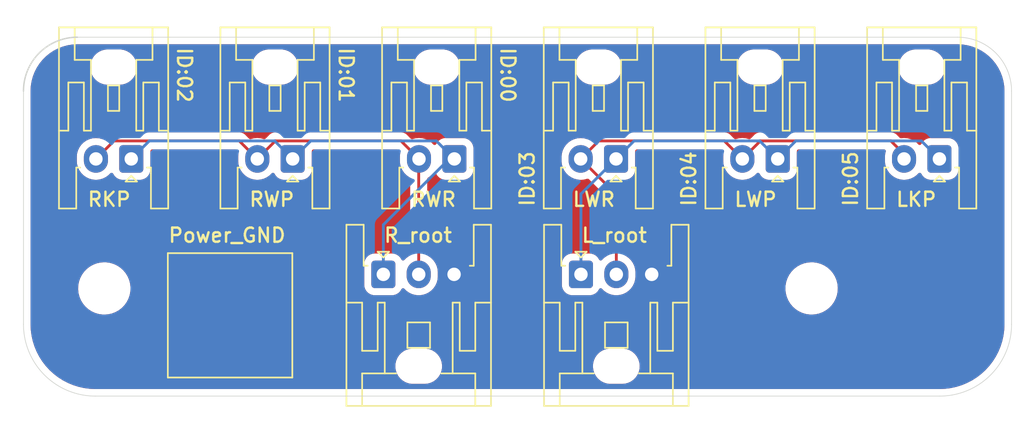
<source format=kicad_pcb>
(kicad_pcb (version 20221018) (generator pcbnew)
  (layers (0 "F.Cu" signal) (31 "B.Cu" signal) (34 "B.Paste" user) (35 "F.Paste" user) (36 "B.SilkS" user "B.Silkscreen") (37 "F.SilkS" user "F.Silkscreen") (38 "B.Mask" user) (39 "F.Mask" user) (44 "Edge.Cuts" user))
  (net 0 "")
  (net 1 "GND")
  (net 2 "/R_Root_CAN_H")
  (net 3 "/R_Root_CAN_L")
  (net 4 "/L_Root_CAN_H")
  (net 5 "/L_Root_CAN_L")
  (footprint "MountingHole:MountingHole_3.2mm_M3" (layer "F.Cu") (at 30.235 94.985 180)
    (fp_text reference "H2" hide)
    (fp_text value "MountingHole")
    (pad "" np_thru_hole circle (at 0 0 180) (size 3.2 3.2) (drill 3.2) (layers "*.Cu" "*.Mask"))
  )
  (footprint "Connector_JST:JST_XA_S03B-XASK-1_1x03_P2.50mm_Horizontal" (layer "F.Cu") (at 63.93 93.99)
    (fp_text reference "J2" hide)
    (fp_text value "L_Root_CAN")
    (fp_line (start -2.61 -3.51) (end -2.61 9.31) (stroke (width 0.12)) (layer "F.SilkS"))
    (fp_line (start -2.61 9.31) (end 7.61 9.31) (stroke (width 0.12)) (layer "F.SilkS"))
    (fp_line (start -1.5 2) (end -2.61 2) (stroke (width 0.12)) (layer "F.SilkS"))
    (fp_line (start -1.5 5.41) (end -1.5 2) (stroke (width 0.12)) (layer "F.SilkS"))
    (fp_line (start -1.5 7.01) (end 0.9 7.01) (stroke (width 0.12)) (layer "F.SilkS"))
    (fp_line (start -1.5 9.31) (end -1.5 7.01) (stroke (width 0.12)) (layer "F.SilkS"))
    (fp_line (start -1.39 -3.51) (end -2.61 -3.51) (stroke (width 0.12)) (layer "F.SilkS"))
    (fp_line (start -1.39 -0.61) (end -1.39 -3.51) (stroke (width 0.12)) (layer "F.SilkS"))
    (fp_line (start -1.11 -0.61) (end -1.39 -0.61) (stroke (width 0.12)) (layer "F.SilkS"))
    (fp_line (start -0.4 -1.6) (end 0.4 -1.6) (stroke (width 0.12)) (layer "F.SilkS"))
    (fp_line (start -0.4 2) (end -0.4 5.41) (stroke (width 0.12)) (layer "F.SilkS"))
    (fp_line (start -0.4 5.41) (end -1.5 5.41) (stroke (width 0.12)) (layer "F.SilkS"))
    (fp_line (start 0 -1.2) (end -0.4 -1.6) (stroke (width 0.12)) (layer "F.SilkS"))
    (fp_line (start 0.1 2) (end -0.4 2) (stroke (width 0.12)) (layer "F.SilkS"))
    (fp_line (start 0.1 7.01) (end 0.1 2) (stroke (width 0.12)) (layer "F.SilkS"))
    (fp_line (start 0.4 -1.6) (end 0 -1.2) (stroke (width 0.12)) (layer "F.SilkS"))
    (fp_line (start 1.7 3.4) (end 3.3 3.4) (stroke (width 0.12)) (layer "F.SilkS"))
    (fp_line (start 1.7 5.2) (end 1.7 3.4) (stroke (width 0.12)) (layer "F.SilkS"))
    (fp_line (start 3.3 3.4) (end 3.3 5.2) (stroke (width 0.12)) (layer "F.SilkS"))
    (fp_line (start 3.3 5.2) (end 1.7 5.2) (stroke (width 0.12)) (layer "F.SilkS"))
    (fp_line (start 4.1 7.01) (end 6.5 7.01) (stroke (width 0.12)) (layer "F.SilkS"))
    (fp_line (start 4.9 2) (end 5.4 2) (stroke (width 0.12)) (layer "F.SilkS"))
    (fp_line (start 4.9 7.01) (end 4.9 2) (stroke (width 0.12)) (layer "F.SilkS"))
    (fp_line (start 5.4 2) (end 5.4 5.41) (stroke (width 0.12)) (layer "F.SilkS"))
    (fp_line (start 5.4 5.41) (end 6.5 5.41) (stroke (width 0.12)) (layer "F.SilkS"))
    (fp_line (start 6.39 -3.51) (end 6.39 -0.61) (stroke (width 0.12)) (layer "F.SilkS"))
    (fp_line (start 6.39 -0.61) (end 6.11 -0.61) (stroke (width 0.12)) (layer "F.SilkS"))
    (fp_line (start 6.5 2) (end 7.61 2) (stroke (width 0.12)) (layer "F.SilkS"))
    (fp_line (start 6.5 5.41) (end 6.5 2) (stroke (width 0.12)) (layer "F.SilkS"))
    (fp_line (start 6.5 7.01) (end 6.5 9.31) (stroke (width 0.12)) (layer "F.SilkS"))
    (fp_line (start 7.61 -3.51) (end 6.39 -3.51) (stroke (width 0.12)) (layer "F.SilkS"))
    (fp_line (start 7.61 9.31) (end 7.61 -3.51) (stroke (width 0.12)) (layer "F.SilkS"))
    (pad "" np_thru_hole oval (at 2.5 6.5) (size 2.8 2) (drill oval 2.8 2) (layers "*.Cu" "*.Mask"))
    (pad "1" thru_hole roundrect (at 0 0) (size 1.7 1.95) (drill 0.95) (layers "*.Cu" "*.Mask") (roundrect_rratio 0.147059) (net 5 "/L_Root_CAN_L"))
    (pad "2" thru_hole oval (at 2.5 0) (size 1.7 1.95) (drill 0.95) (layers "*.Cu" "*.Mask") (net 4 "/L_Root_CAN_H"))
    (pad "3" thru_hole oval (at 5 0) (size 1.7 1.95) (drill 0.95) (layers "*.Cu" "*.Mask") (net 1 "GND"))
  )
  (footprint "Connector_JST:JST_XA_S02B-XASK-1_1x02_P2.50mm_Horizontal" (layer "F.Cu") (at 89.27 85.82 180)
    (fp_text reference "J6" hide)
    (fp_text value "CAN_motor6")
    (fp_line (start -2.61 -3.51) (end -2.61 9.31) (stroke (width 0.12)) (layer "F.SilkS"))
    (fp_line (start -2.61 9.31) (end 5.11 9.31) (stroke (width 0.12)) (layer "F.SilkS"))
    (fp_line (start -1.95 2) (end -2.61 2) (stroke (width 0.12)) (layer "F.SilkS"))
    (fp_line (start -1.95 5.41) (end -1.95 2) (stroke (width 0.12)) (layer "F.SilkS"))
    (fp_line (start -1.5 7.01) (end -0.35 7.01) (stroke (width 0.12)) (layer "F.SilkS"))
    (fp_line (start -1.5 9.31) (end -1.5 7.01) (stroke (width 0.12)) (layer "F.SilkS"))
    (fp_line (start -1.39 -3.51) (end -2.61 -3.51) (stroke (width 0.12)) (layer "F.SilkS"))
    (fp_line (start -1.39 -0.61) (end -1.39 -3.51) (stroke (width 0.12)) (layer "F.SilkS"))
    (fp_line (start -1.11 -0.61) (end -1.39 -0.61) (stroke (width 0.12)) (layer "F.SilkS"))
    (fp_line (start -0.85 2) (end -0.85 5.41) (stroke (width 0.12)) (layer "F.SilkS"))
    (fp_line (start -0.85 5.41) (end -1.95 5.41) (stroke (width 0.12)) (layer "F.SilkS"))
    (fp_line (start -0.4 -1.6) (end 0.4 -1.6) (stroke (width 0.12)) (layer "F.SilkS"))
    (fp_line (start -0.35 2) (end -0.85 2) (stroke (width 0.12)) (layer "F.SilkS"))
    (fp_line (start -0.35 7.01) (end -0.35 2) (stroke (width 0.12)) (layer "F.SilkS"))
    (fp_line (start 0 -1.2) (end -0.4 -1.6) (stroke (width 0.12)) (layer "F.SilkS"))
    (fp_line (start 0.4 -1.6) (end 0 -1.2) (stroke (width 0.12)) (layer "F.SilkS"))
    (fp_line (start 0.85 3.4) (end 1.65 3.4) (stroke (width 0.12)) (layer "F.SilkS"))
    (fp_line (start 0.85 5.2) (end 0.85 3.4) (stroke (width 0.12)) (layer "F.SilkS"))
    (fp_line (start 1.65 3.4) (end 1.65 5.2) (stroke (width 0.12)) (layer "F.SilkS"))
    (fp_line (start 1.65 5.2) (end 0.85 5.2) (stroke (width 0.12)) (layer "F.SilkS"))
    (fp_line (start 2.85 2) (end 3.35 2) (stroke (width 0.12)) (layer "F.SilkS"))
    (fp_line (start 2.85 7.01) (end 2.85 2) (stroke (width 0.12)) (layer "F.SilkS"))
    (fp_line (start 2.85 7.01) (end 4 7.01) (stroke (width 0.12)) (layer "F.SilkS"))
    (fp_line (start 3.35 2) (end 3.35 5.41) (stroke (width 0.12)) (layer "F.SilkS"))
    (fp_line (start 3.35 5.41) (end 4.45 5.41) (stroke (width 0.12)) (layer "F.SilkS"))
    (fp_line (start 3.89 -3.51) (end 3.89 -0.61) (stroke (width 0.12)) (layer "F.SilkS"))
    (fp_line (start 3.89 -0.61) (end 3.61 -0.61) (stroke (width 0.12)) (layer "F.SilkS"))
    (fp_line (start 4 7.01) (end 4 9.31) (stroke (width 0.12)) (layer "F.SilkS"))
    (fp_line (start 4.45 2) (end 5.11 2) (stroke (width 0.12)) (layer "F.SilkS"))
    (fp_line (start 4.45 5.41) (end 4.45 2) (stroke (width 0.12)) (layer "F.SilkS"))
    (fp_line (start 5.11 -3.51) (end 3.89 -3.51) (stroke (width 0.12)) (layer "F.SilkS"))
    (fp_line (start 5.11 9.31) (end 5.11 -3.51) (stroke (width 0.12)) (layer "F.SilkS"))
    (pad "" np_thru_hole oval (at 1.25 6.5 180) (size 2.8 2) (drill oval 2.8 2) (layers "*.Cu" "*.Mask"))
    (pad "1" thru_hole roundrect (at 0 0 180) (size 1.7 1.95) (drill 0.95) (layers "*.Cu" "*.Mask") (roundrect_rratio 0.147059) (net 5 "/L_Root_CAN_L"))
    (pad "2" thru_hole oval (at 2.5 0 180) (size 1.7 1.95) (drill 0.95) (layers "*.Cu" "*.Mask") (net 4 "/L_Root_CAN_H"))
  )
  (footprint "MountingHole:MountingHole_3.2mm_M3" (layer "F.Cu") (at 80.235 94.985 180)
    (fp_text reference "H1" hide)
    (fp_text value "MountingHole")
    (pad "" np_thru_hole circle (at 0 0 180) (size 3.2 3.2) (drill 3.2) (layers "*.Cu" "*.Mask"))
  )
  (footprint "Connector_JST:JST_XA_S02B-XASK-1_1x02_P2.50mm_Horizontal" (layer "F.Cu") (at 66.41 85.82 180)
    (fp_text reference "J8" hide)
    (fp_text value "CAN_motor4")
    (fp_line (start -2.61 -3.51) (end -2.61 9.31) (stroke (width 0.12)) (layer "F.SilkS"))
    (fp_line (start -2.61 9.31) (end 5.11 9.31) (stroke (width 0.12)) (layer "F.SilkS"))
    (fp_line (start -1.95 2) (end -2.61 2) (stroke (width 0.12)) (layer "F.SilkS"))
    (fp_line (start -1.95 5.41) (end -1.95 2) (stroke (width 0.12)) (layer "F.SilkS"))
    (fp_line (start -1.5 7.01) (end -0.35 7.01) (stroke (width 0.12)) (layer "F.SilkS"))
    (fp_line (start -1.5 9.31) (end -1.5 7.01) (stroke (width 0.12)) (layer "F.SilkS"))
    (fp_line (start -1.39 -3.51) (end -2.61 -3.51) (stroke (width 0.12)) (layer "F.SilkS"))
    (fp_line (start -1.39 -0.61) (end -1.39 -3.51) (stroke (width 0.12)) (layer "F.SilkS"))
    (fp_line (start -1.11 -0.61) (end -1.39 -0.61) (stroke (width 0.12)) (layer "F.SilkS"))
    (fp_line (start -0.85 2) (end -0.85 5.41) (stroke (width 0.12)) (layer "F.SilkS"))
    (fp_line (start -0.85 5.41) (end -1.95 5.41) (stroke (width 0.12)) (layer "F.SilkS"))
    (fp_line (start -0.4 -1.6) (end 0.4 -1.6) (stroke (width 0.12)) (layer "F.SilkS"))
    (fp_line (start -0.35 2) (end -0.85 2) (stroke (width 0.12)) (layer "F.SilkS"))
    (fp_line (start -0.35 7.01) (end -0.35 2) (stroke (width 0.12)) (layer "F.SilkS"))
    (fp_line (start 0 -1.2) (end -0.4 -1.6) (stroke (width 0.12)) (layer "F.SilkS"))
    (fp_line (start 0.4 -1.6) (end 0 -1.2) (stroke (width 0.12)) (layer "F.SilkS"))
    (fp_line (start 0.85 3.4) (end 1.65 3.4) (stroke (width 0.12)) (layer "F.SilkS"))
    (fp_line (start 0.85 5.2) (end 0.85 3.4) (stroke (width 0.12)) (layer "F.SilkS"))
    (fp_line (start 1.65 3.4) (end 1.65 5.2) (stroke (width 0.12)) (layer "F.SilkS"))
    (fp_line (start 1.65 5.2) (end 0.85 5.2) (stroke (width 0.12)) (layer "F.SilkS"))
    (fp_line (start 2.85 2) (end 3.35 2) (stroke (width 0.12)) (layer "F.SilkS"))
    (fp_line (start 2.85 7.01) (end 2.85 2) (stroke (width 0.12)) (layer "F.SilkS"))
    (fp_line (start 2.85 7.01) (end 4 7.01) (stroke (width 0.12)) (layer "F.SilkS"))
    (fp_line (start 3.35 2) (end 3.35 5.41) (stroke (width 0.12)) (layer "F.SilkS"))
    (fp_line (start 3.35 5.41) (end 4.45 5.41) (stroke (width 0.12)) (layer "F.SilkS"))
    (fp_line (start 3.89 -3.51) (end 3.89 -0.61) (stroke (width 0.12)) (layer "F.SilkS"))
    (fp_line (start 3.89 -0.61) (end 3.61 -0.61) (stroke (width 0.12)) (layer "F.SilkS"))
    (fp_line (start 4 7.01) (end 4 9.31) (stroke (width 0.12)) (layer "F.SilkS"))
    (fp_line (start 4.45 2) (end 5.11 2) (stroke (width 0.12)) (layer "F.SilkS"))
    (fp_line (start 4.45 5.41) (end 4.45 2) (stroke (width 0.12)) (layer "F.SilkS"))
    (fp_line (start 5.11 -3.51) (end 3.89 -3.51) (stroke (width 0.12)) (layer "F.SilkS"))
    (fp_line (start 5.11 9.31) (end 5.11 -3.51) (stroke (width 0.12)) (layer "F.SilkS"))
    (pad "" np_thru_hole oval (at 1.25 6.5 180) (size 2.8 2) (drill oval 2.8 2) (layers "*.Cu" "*.Mask"))
    (pad "1" thru_hole roundrect (at 0 0 180) (size 1.7 1.95) (drill 0.95) (layers "*.Cu" "*.Mask") (roundrect_rratio 0.147059) (net 5 "/L_Root_CAN_L"))
    (pad "2" thru_hole oval (at 2.5 0 180) (size 1.7 1.95) (drill 0.95) (layers "*.Cu" "*.Mask") (net 4 "/L_Root_CAN_H"))
  )
  (footprint "Connector_JST:JST_XA_S02B-XASK-1_1x02_P2.50mm_Horizontal" (layer "F.Cu") (at 43.55 85.82 180)
    (fp_text reference "J4" hide)
    (fp_text value "CAN_motor2")
    (fp_line (start -2.61 -3.51) (end -2.61 9.31) (stroke (width 0.12)) (layer "F.SilkS"))
    (fp_line (start -2.61 9.31) (end 5.11 9.31) (stroke (width 0.12)) (layer "F.SilkS"))
    (fp_line (start -1.95 2) (end -2.61 2) (stroke (width 0.12)) (layer "F.SilkS"))
    (fp_line (start -1.95 5.41) (end -1.95 2) (stroke (width 0.12)) (layer "F.SilkS"))
    (fp_line (start -1.5 7.01) (end -0.35 7.01) (stroke (width 0.12)) (layer "F.SilkS"))
    (fp_line (start -1.5 9.31) (end -1.5 7.01) (stroke (width 0.12)) (layer "F.SilkS"))
    (fp_line (start -1.39 -3.51) (end -2.61 -3.51) (stroke (width 0.12)) (layer "F.SilkS"))
    (fp_line (start -1.39 -0.61) (end -1.39 -3.51) (stroke (width 0.12)) (layer "F.SilkS"))
    (fp_line (start -1.11 -0.61) (end -1.39 -0.61) (stroke (width 0.12)) (layer "F.SilkS"))
    (fp_line (start -0.85 2) (end -0.85 5.41) (stroke (width 0.12)) (layer "F.SilkS"))
    (fp_line (start -0.85 5.41) (end -1.95 5.41) (stroke (width 0.12)) (layer "F.SilkS"))
    (fp_line (start -0.4 -1.6) (end 0.4 -1.6) (stroke (width 0.12)) (layer "F.SilkS"))
    (fp_line (start -0.35 2) (end -0.85 2) (stroke (width 0.12)) (layer "F.SilkS"))
    (fp_line (start -0.35 7.01) (end -0.35 2) (stroke (width 0.12)) (layer "F.SilkS"))
    (fp_line (start 0 -1.2) (end -0.4 -1.6) (stroke (width 0.12)) (layer "F.SilkS"))
    (fp_line (start 0.4 -1.6) (end 0 -1.2) (stroke (width 0.12)) (layer "F.SilkS"))
    (fp_line (start 0.85 3.4) (end 1.65 3.4) (stroke (width 0.12)) (layer "F.SilkS"))
    (fp_line (start 0.85 5.2) (end 0.85 3.4) (stroke (width 0.12)) (layer "F.SilkS"))
    (fp_line (start 1.65 3.4) (end 1.65 5.2) (stroke (width 0.12)) (layer "F.SilkS"))
    (fp_line (start 1.65 5.2) (end 0.85 5.2) (stroke (width 0.12)) (layer "F.SilkS"))
    (fp_line (start 2.85 2) (end 3.35 2) (stroke (width 0.12)) (layer "F.SilkS"))
    (fp_line (start 2.85 7.01) (end 2.85 2) (stroke (width 0.12)) (layer "F.SilkS"))
    (fp_line (start 2.85 7.01) (end 4 7.01) (stroke (width 0.12)) (layer "F.SilkS"))
    (fp_line (start 3.35 2) (end 3.35 5.41) (stroke (width 0.12)) (layer "F.SilkS"))
    (fp_line (start 3.35 5.41) (end 4.45 5.41) (stroke (width 0.12)) (layer "F.SilkS"))
    (fp_line (start 3.89 -3.51) (end 3.89 -0.61) (stroke (width 0.12)) (layer "F.SilkS"))
    (fp_line (start 3.89 -0.61) (end 3.61 -0.61) (stroke (width 0.12)) (layer "F.SilkS"))
    (fp_line (start 4 7.01) (end 4 9.31) (stroke (width 0.12)) (layer "F.SilkS"))
    (fp_line (start 4.45 2) (end 5.11 2) (stroke (width 0.12)) (layer "F.SilkS"))
    (fp_line (start 4.45 5.41) (end 4.45 2) (stroke (width 0.12)) (layer "F.SilkS"))
    (fp_line (start 5.11 -3.51) (end 3.89 -3.51) (stroke (width 0.12)) (layer "F.SilkS"))
    (fp_line (start 5.11 9.31) (end 5.11 -3.51) (stroke (width 0.12)) (layer "F.SilkS"))
    (pad "" np_thru_hole oval (at 1.25 6.5 180) (size 2.8 2) (drill oval 2.8 2) (layers "*.Cu" "*.Mask"))
    (pad "1" thru_hole roundrect (at 0 0 180) (size 1.7 1.95) (drill 0.95) (layers "*.Cu" "*.Mask") (roundrect_rratio 0.147059) (net 3 "/R_Root_CAN_L"))
    (pad "2" thru_hole oval (at 2.5 0 180) (size 1.7 1.95) (drill 0.95) (layers "*.Cu" "*.Mask") (net 2 "/R_Root_CAN_H"))
  )
  (footprint "Connector_JST:JST_XA_S02B-XASK-1_1x02_P2.50mm_Horizontal" (layer "F.Cu") (at 32.14 85.82 180)
    (fp_text reference "J5" hide)
    (fp_text value "CAN_motor3")
    (fp_line (start -2.61 -3.51) (end -2.61 9.31) (stroke (width 0.12)) (layer "F.SilkS"))
    (fp_line (start -2.61 9.31) (end 5.11 9.31) (stroke (width 0.12)) (layer "F.SilkS"))
    (fp_line (start -1.95 2) (end -2.61 2) (stroke (width 0.12)) (layer "F.SilkS"))
    (fp_line (start -1.95 5.41) (end -1.95 2) (stroke (width 0.12)) (layer "F.SilkS"))
    (fp_line (start -1.5 7.01) (end -0.35 7.01) (stroke (width 0.12)) (layer "F.SilkS"))
    (fp_line (start -1.5 9.31) (end -1.5 7.01) (stroke (width 0.12)) (layer "F.SilkS"))
    (fp_line (start -1.39 -3.51) (end -2.61 -3.51) (stroke (width 0.12)) (layer "F.SilkS"))
    (fp_line (start -1.39 -0.61) (end -1.39 -3.51) (stroke (width 0.12)) (layer "F.SilkS"))
    (fp_line (start -1.11 -0.61) (end -1.39 -0.61) (stroke (width 0.12)) (layer "F.SilkS"))
    (fp_line (start -0.85 2) (end -0.85 5.41) (stroke (width 0.12)) (layer "F.SilkS"))
    (fp_line (start -0.85 5.41) (end -1.95 5.41) (stroke (width 0.12)) (layer "F.SilkS"))
    (fp_line (start -0.4 -1.6) (end 0.4 -1.6) (stroke (width 0.12)) (layer "F.SilkS"))
    (fp_line (start -0.35 2) (end -0.85 2) (stroke (width 0.12)) (layer "F.SilkS"))
    (fp_line (start -0.35 7.01) (end -0.35 2) (stroke (width 0.12)) (layer "F.SilkS"))
    (fp_line (start 0 -1.2) (end -0.4 -1.6) (stroke (width 0.12)) (layer "F.SilkS"))
    (fp_line (start 0.4 -1.6) (end 0 -1.2) (stroke (width 0.12)) (layer "F.SilkS"))
    (fp_line (start 0.85 3.4) (end 1.65 3.4) (stroke (width 0.12)) (layer "F.SilkS"))
    (fp_line (start 0.85 5.2) (end 0.85 3.4) (stroke (width 0.12)) (layer "F.SilkS"))
    (fp_line (start 1.65 3.4) (end 1.65 5.2) (stroke (width 0.12)) (layer "F.SilkS"))
    (fp_line (start 1.65 5.2) (end 0.85 5.2) (stroke (width 0.12)) (layer "F.SilkS"))
    (fp_line (start 2.85 2) (end 3.35 2) (stroke (width 0.12)) (layer "F.SilkS"))
    (fp_line (start 2.85 7.01) (end 2.85 2) (stroke (width 0.12)) (layer "F.SilkS"))
    (fp_line (start 2.85 7.01) (end 4 7.01) (stroke (width 0.12)) (layer "F.SilkS"))
    (fp_line (start 3.35 2) (end 3.35 5.41) (stroke (width 0.12)) (layer "F.SilkS"))
    (fp_line (start 3.35 5.41) (end 4.45 5.41) (stroke (width 0.12)) (layer "F.SilkS"))
    (fp_line (start 3.89 -3.51) (end 3.89 -0.61) (stroke (width 0.12)) (layer "F.SilkS"))
    (fp_line (start 3.89 -0.61) (end 3.61 -0.61) (stroke (width 0.12)) (layer "F.SilkS"))
    (fp_line (start 4 7.01) (end 4 9.31) (stroke (width 0.12)) (layer "F.SilkS"))
    (fp_line (start 4.45 2) (end 5.11 2) (stroke (width 0.12)) (layer "F.SilkS"))
    (fp_line (start 4.45 5.41) (end 4.45 2) (stroke (width 0.12)) (layer "F.SilkS"))
    (fp_line (start 5.11 -3.51) (end 3.89 -3.51) (stroke (width 0.12)) (layer "F.SilkS"))
    (fp_line (start 5.11 9.31) (end 5.11 -3.51) (stroke (width 0.12)) (layer "F.SilkS"))
    (pad "" np_thru_hole oval (at 1.25 6.5 180) (size 2.8 2) (drill oval 2.8 2) (layers "*.Cu" "*.Mask"))
    (pad "1" thru_hole roundrect (at 0 0 180) (size 1.7 1.95) (drill 0.95) (layers "*.Cu" "*.Mask") (roundrect_rratio 0.147059) (net 3 "/R_Root_CAN_L"))
    (pad "2" thru_hole oval (at 2.5 0 180) (size 1.7 1.95) (drill 0.95) (layers "*.Cu" "*.Mask") (net 2 "/R_Root_CAN_H"))
  )
  (footprint "Connector_JST:JST_XA_S02B-XASK-1_1x02_P2.50mm_Horizontal" (layer "F.Cu") (at 54.98 85.82 180)
    (fp_text reference "J3" hide)
    (fp_text value "CAN_motor1")
    (fp_line (start -2.61 -3.51) (end -2.61 9.31) (stroke (width 0.12)) (layer "F.SilkS"))
    (fp_line (start -2.61 9.31) (end 5.11 9.31) (stroke (width 0.12)) (layer "F.SilkS"))
    (fp_line (start -1.95 2) (end -2.61 2) (stroke (width 0.12)) (layer "F.SilkS"))
    (fp_line (start -1.95 5.41) (end -1.95 2) (stroke (width 0.12)) (layer "F.SilkS"))
    (fp_line (start -1.5 7.01) (end -0.35 7.01) (stroke (width 0.12)) (layer "F.SilkS"))
    (fp_line (start -1.5 9.31) (end -1.5 7.01) (stroke (width 0.12)) (layer "F.SilkS"))
    (fp_line (start -1.39 -3.51) (end -2.61 -3.51) (stroke (width 0.12)) (layer "F.SilkS"))
    (fp_line (start -1.39 -0.61) (end -1.39 -3.51) (stroke (width 0.12)) (layer "F.SilkS"))
    (fp_line (start -1.11 -0.61) (end -1.39 -0.61) (stroke (width 0.12)) (layer "F.SilkS"))
    (fp_line (start -0.85 2) (end -0.85 5.41) (stroke (width 0.12)) (layer "F.SilkS"))
    (fp_line (start -0.85 5.41) (end -1.95 5.41) (stroke (width 0.12)) (layer "F.SilkS"))
    (fp_line (start -0.4 -1.6) (end 0.4 -1.6) (stroke (width 0.12)) (layer "F.SilkS"))
    (fp_line (start -0.35 2) (end -0.85 2) (stroke (width 0.12)) (layer "F.SilkS"))
    (fp_line (start -0.35 7.01) (end -0.35 2) (stroke (width 0.12)) (layer "F.SilkS"))
    (fp_line (start 0 -1.2) (end -0.4 -1.6) (stroke (width 0.12)) (layer "F.SilkS"))
    (fp_line (start 0.4 -1.6) (end 0 -1.2) (stroke (width 0.12)) (layer "F.SilkS"))
    (fp_line (start 0.85 3.4) (end 1.65 3.4) (stroke (width 0.12)) (layer "F.SilkS"))
    (fp_line (start 0.85 5.2) (end 0.85 3.4) (stroke (width 0.12)) (layer "F.SilkS"))
    (fp_line (start 1.65 3.4) (end 1.65 5.2) (stroke (width 0.12)) (layer "F.SilkS"))
    (fp_line (start 1.65 5.2) (end 0.85 5.2) (stroke (width 0.12)) (layer "F.SilkS"))
    (fp_line (start 2.85 2) (end 3.35 2) (stroke (width 0.12)) (layer "F.SilkS"))
    (fp_line (start 2.85 7.01) (end 2.85 2) (stroke (width 0.12)) (layer "F.SilkS"))
    (fp_line (start 2.85 7.01) (end 4 7.01) (stroke (width 0.12)) (layer "F.SilkS"))
    (fp_line (start 3.35 2) (end 3.35 5.41) (stroke (width 0.12)) (layer "F.SilkS"))
    (fp_line (start 3.35 5.41) (end 4.45 5.41) (stroke (width 0.12)) (layer "F.SilkS"))
    (fp_line (start 3.89 -3.51) (end 3.89 -0.61) (stroke (width 0.12)) (layer "F.SilkS"))
    (fp_line (start 3.89 -0.61) (end 3.61 -0.61) (stroke (width 0.12)) (layer "F.SilkS"))
    (fp_line (start 4 7.01) (end 4 9.31) (stroke (width 0.12)) (layer "F.SilkS"))
    (fp_line (start 4.45 2) (end 5.11 2) (stroke (width 0.12)) (layer "F.SilkS"))
    (fp_line (start 4.45 5.41) (end 4.45 2) (stroke (width 0.12)) (layer "F.SilkS"))
    (fp_line (start 5.11 -3.51) (end 3.89 -3.51) (stroke (width 0.12)) (layer "F.SilkS"))
    (fp_line (start 5.11 9.31) (end 5.11 -3.51) (stroke (width 0.12)) (layer "F.SilkS"))
    (pad "" np_thru_hole oval (at 1.25 6.5 180) (size 2.8 2) (drill oval 2.8 2) (layers "*.Cu" "*.Mask"))
    (pad "1" thru_hole roundrect (at 0 0 180) (size 1.7 1.95) (drill 0.95) (layers "*.Cu" "*.Mask") (roundrect_rratio 0.147059) (net 3 "/R_Root_CAN_L"))
    (pad "2" thru_hole oval (at 2.5 0 180) (size 1.7 1.95) (drill 0.95) (layers "*.Cu" "*.Mask") (net 2 "/R_Root_CAN_H"))
  )
  (footprint "TestPoint:TestPoint_Pad_4.0x4.0mm" (layer "F.Cu") (at 39.125 96.89 180)
    (fp_text reference "REF**" hide)
    (fp_text value "TestPoint_Pad_4.0x4.0mm")
    (fp_line (start -4.4 -4.4) (end 4.4 -4.4) (stroke (width 0.12)) (layer "F.SilkS"))
    (fp_line (start -4.4 4.4) (end -4.4 -4.4) (stroke (width 0.12)) (layer "F.SilkS"))
    (fp_line (start 4.4 -4.4) (end 4.4 4.4) (stroke (width 0.12)) (layer "F.SilkS"))
    (fp_line (start 4.4 4.4) (end -4.4 4.4) (stroke (width 0.12)) (layer "F.SilkS"))
    (pad "1" smd rect (at 0 0 180) (size 8 8) (layers "F.Cu" "F.Mask") (net 1 "GND"))
  )
  (footprint "Connector_JST:JST_XA_S02B-XASK-1_1x02_P2.50mm_Horizontal" (layer "F.Cu") (at 77.84 85.82 180)
    (fp_text reference "J7" hide)
    (fp_text value "CAN_motor5")
    (fp_line (start -2.61 -3.51) (end -2.61 9.31) (stroke (width 0.12)) (layer "F.SilkS"))
    (fp_line (start -2.61 9.31) (end 5.11 9.31) (stroke (width 0.12)) (layer "F.SilkS"))
    (fp_line (start -1.95 2) (end -2.61 2) (stroke (width 0.12)) (layer "F.SilkS"))
    (fp_line (start -1.95 5.41) (end -1.95 2) (stroke (width 0.12)) (layer "F.SilkS"))
    (fp_line (start -1.5 7.01) (end -0.35 7.01) (stroke (width 0.12)) (layer "F.SilkS"))
    (fp_line (start -1.5 9.31) (end -1.5 7.01) (stroke (width 0.12)) (layer "F.SilkS"))
    (fp_line (start -1.39 -3.51) (end -2.61 -3.51) (stroke (width 0.12)) (layer "F.SilkS"))
    (fp_line (start -1.39 -0.61) (end -1.39 -3.51) (stroke (width 0.12)) (layer "F.SilkS"))
    (fp_line (start -1.11 -0.61) (end -1.39 -0.61) (stroke (width 0.12)) (layer "F.SilkS"))
    (fp_line (start -0.85 2) (end -0.85 5.41) (stroke (width 0.12)) (layer "F.SilkS"))
    (fp_line (start -0.85 5.41) (end -1.95 5.41) (stroke (width 0.12)) (layer "F.SilkS"))
    (fp_line (start -0.4 -1.6) (end 0.4 -1.6) (stroke (width 0.12)) (layer "F.SilkS"))
    (fp_line (start -0.35 2) (end -0.85 2) (stroke (width 0.12)) (layer "F.SilkS"))
    (fp_line (start -0.35 7.01) (end -0.35 2) (stroke (width 0.12)) (layer "F.SilkS"))
    (fp_line (start 0 -1.2) (end -0.4 -1.6) (stroke (width 0.12)) (layer "F.SilkS"))
    (fp_line (start 0.4 -1.6) (end 0 -1.2) (stroke (width 0.12)) (layer "F.SilkS"))
    (fp_line (start 0.85 3.4) (end 1.65 3.4) (stroke (width 0.12)) (layer "F.SilkS"))
    (fp_line (start 0.85 5.2) (end 0.85 3.4) (stroke (width 0.12)) (layer "F.SilkS"))
    (fp_line (start 1.65 3.4) (end 1.65 5.2) (stroke (width 0.12)) (layer "F.SilkS"))
    (fp_line (start 1.65 5.2) (end 0.85 5.2) (stroke (width 0.12)) (layer "F.SilkS"))
    (fp_line (start 2.85 2) (end 3.35 2) (stroke (width 0.12)) (layer "F.SilkS"))
    (fp_line (start 2.85 7.01) (end 2.85 2) (stroke (width 0.12)) (layer "F.SilkS"))
    (fp_line (start 2.85 7.01) (end 4 7.01) (stroke (width 0.12)) (layer "F.SilkS"))
    (fp_line (start 3.35 2) (end 3.35 5.41) (stroke (width 0.12)) (layer "F.SilkS"))
    (fp_line (start 3.35 5.41) (end 4.45 5.41) (stroke (width 0.12)) (layer "F.SilkS"))
    (fp_line (start 3.89 -3.51) (end 3.89 -0.61) (stroke (width 0.12)) (layer "F.SilkS"))
    (fp_line (start 3.89 -0.61) (end 3.61 -0.61) (stroke (width 0.12)) (layer "F.SilkS"))
    (fp_line (start 4 7.01) (end 4 9.31) (stroke (width 0.12)) (layer "F.SilkS"))
    (fp_line (start 4.45 2) (end 5.11 2) (stroke (width 0.12)) (layer "F.SilkS"))
    (fp_line (start 4.45 5.41) (end 4.45 2) (stroke (width 0.12)) (layer "F.SilkS"))
    (fp_line (start 5.11 -3.51) (end 3.89 -3.51) (stroke (width 0.12)) (layer "F.SilkS"))
    (fp_line (start 5.11 9.31) (end 5.11 -3.51) (stroke (width 0.12)) (layer "F.SilkS"))
    (pad "" np_thru_hole oval (at 1.25 6.5 180) (size 2.8 2) (drill oval 2.8 2) (layers "*.Cu" "*.Mask"))
    (pad "1" thru_hole roundrect (at 0 0 180) (size 1.7 1.95) (drill 0.95) (layers "*.Cu" "*.Mask") (roundrect_rratio 0.147059) (net 5 "/L_Root_CAN_L"))
    (pad "2" thru_hole oval (at 2.5 0 180) (size 1.7 1.95) (drill 0.95) (layers "*.Cu" "*.Mask") (net 4 "/L_Root_CAN_H"))
  )
  (footprint "Connector_JST:JST_XA_S03B-XASK-1_1x03_P2.50mm_Horizontal" (layer "F.Cu") (at 49.96 93.99)
    (fp_text reference "J1" hide)
    (fp_text value "R_Root_CAN")
    (fp_line (start -2.61 -3.51) (end -2.61 9.31) (stroke (width 0.12)) (layer "F.SilkS"))
    (fp_line (start -2.61 9.31) (end 7.61 9.31) (stroke (width 0.12)) (layer "F.SilkS"))
    (fp_line (start -1.5 2) (end -2.61 2) (stroke (width 0.12)) (layer "F.SilkS"))
    (fp_line (start -1.5 5.41) (end -1.5 2) (stroke (width 0.12)) (layer "F.SilkS"))
    (fp_line (start -1.5 7.01) (end 0.9 7.01) (stroke (width 0.12)) (layer "F.SilkS"))
    (fp_line (start -1.5 9.31) (end -1.5 7.01) (stroke (width 0.12)) (layer "F.SilkS"))
    (fp_line (start -1.39 -3.51) (end -2.61 -3.51) (stroke (width 0.12)) (layer "F.SilkS"))
    (fp_line (start -1.39 -0.61) (end -1.39 -3.51) (stroke (width 0.12)) (layer "F.SilkS"))
    (fp_line (start -1.11 -0.61) (end -1.39 -0.61) (stroke (width 0.12)) (layer "F.SilkS"))
    (fp_line (start -0.4 -1.6) (end 0.4 -1.6) (stroke (width 0.12)) (layer "F.SilkS"))
    (fp_line (start -0.4 2) (end -0.4 5.41) (stroke (width 0.12)) (layer "F.SilkS"))
    (fp_line (start -0.4 5.41) (end -1.5 5.41) (stroke (width 0.12)) (layer "F.SilkS"))
    (fp_line (start 0 -1.2) (end -0.4 -1.6) (stroke (width 0.12)) (layer "F.SilkS"))
    (fp_line (start 0.1 2) (end -0.4 2) (stroke (width 0.12)) (layer "F.SilkS"))
    (fp_line (start 0.1 7.01) (end 0.1 2) (stroke (width 0.12)) (layer "F.SilkS"))
    (fp_line (start 0.4 -1.6) (end 0 -1.2) (stroke (width 0.12)) (layer "F.SilkS"))
    (fp_line (start 1.7 3.4) (end 3.3 3.4) (stroke (width 0.12)) (layer "F.SilkS"))
    (fp_line (start 1.7 5.2) (end 1.7 3.4) (stroke (width 0.12)) (layer "F.SilkS"))
    (fp_line (start 3.3 3.4) (end 3.3 5.2) (stroke (width 0.12)) (layer "F.SilkS"))
    (fp_line (start 3.3 5.2) (end 1.7 5.2) (stroke (width 0.12)) (layer "F.SilkS"))
    (fp_line (start 4.1 7.01) (end 6.5 7.01) (stroke (width 0.12)) (layer "F.SilkS"))
    (fp_line (start 4.9 2) (end 5.4 2) (stroke (width 0.12)) (layer "F.SilkS"))
    (fp_line (start 4.9 7.01) (end 4.9 2) (stroke (width 0.12)) (layer "F.SilkS"))
    (fp_line (start 5.4 2) (end 5.4 5.41) (stroke (width 0.12)) (layer "F.SilkS"))
    (fp_line (start 5.4 5.41) (end 6.5 5.41) (stroke (width 0.12)) (layer "F.SilkS"))
    (fp_line (start 6.39 -3.51) (end 6.39 -0.61) (stroke (width 0.12)) (layer "F.SilkS"))
    (fp_line (start 6.39 -0.61) (end 6.11 -0.61) (stroke (width 0.12)) (layer "F.SilkS"))
    (fp_line (start 6.5 2) (end 7.61 2) (stroke (width 0.12)) (layer "F.SilkS"))
    (fp_line (start 6.5 5.41) (end 6.5 2) (stroke (width 0.12)) (layer "F.SilkS"))
    (fp_line (start 6.5 7.01) (end 6.5 9.31) (stroke (width 0.12)) (layer "F.SilkS"))
    (fp_line (start 7.61 -3.51) (end 6.39 -3.51) (stroke (width 0.12)) (layer "F.SilkS"))
    (fp_line (start 7.61 9.31) (end 7.61 -3.51) (stroke (width 0.12)) (layer "F.SilkS"))
    (pad "" np_thru_hole oval (at 2.5 6.5) (size 2.8 2) (drill oval 2.8 2) (layers "*.Cu" "*.Mask"))
    (pad "1" thru_hole roundrect (at 0 0) (size 1.7 1.95) (drill 0.95) (layers "*.Cu" "*.Mask") (roundrect_rratio 0.147059) (net 3 "/R_Root_CAN_L"))
    (pad "2" thru_hole oval (at 2.5 0) (size 1.7 1.95) (drill 0.95) (layers "*.Cu" "*.Mask") (net 2 "/R_Root_CAN_H"))
    (pad "3" thru_hole oval (at 5 0) (size 1.7 1.95) (drill 0.95) (layers "*.Cu" "*.Mask") (net 1 "GND"))
  )
  (gr_arc (start 90.56 77.205) (mid 93.254077 78.320923) (end 94.37 81.015) (stroke (width 0.05)) (layer "Edge.Cuts"))
  (gr_line (start 89.29 102.605) (end 29.6 102.605) (stroke (width 0.05)) (layer "Edge.Cuts"))
  (gr_arc (start 94.37 97.525) (mid 92.882102 101.117102) (end 89.29 102.605) (stroke (width 0.05)) (layer "Edge.Cuts"))
  (gr_line (start 90.56 77.205) (end 28.33 77.205) (stroke (width 0.05)) (layer "Edge.Cuts"))
  (gr_arc (start 29.6 102.605) (mid 26.007898 101.117102) (end 24.52 97.525) (stroke (width 0.05)) (layer "Edge.Cuts"))
  (gr_line (start 24.52 97.525) (end 24.52 81.015) (stroke (width 0.05)) (layer "Edge.Cuts"))
  (gr_line (start 94.37 97.525) (end 94.37 81.015) (stroke (width 0.05)) (layer "Edge.Cuts"))
  (gr_arc (start 24.52 81.015) (mid 25.635923 78.320924) (end 28.33 77.205) (stroke (width 0.1)) (layer "Edge.Cuts"))
  (gr_text "L_root" (at 63.89 91.81) (layer "F.SilkS") (effects (font (size 1 1) (thickness 0.17) bold) (justify left bottom)))
  (gr_text "LKP" (at 86.115 89.27) (layer "F.SilkS") (effects (font (size 1 1) (thickness 0.17) bold) (justify left bottom)))
  (gr_text "ID:04" (at 72.145 89.27 90) (layer "F.SilkS") (effects (font (size 1 1) (thickness 0.17) bold) (justify left bottom)))
  (gr_text "RWR" (at 51.825 89.27) (layer "F.SilkS") (effects (font (size 1 1) (thickness 0.17) bold) (justify left bottom)))
  (gr_text "ID:01" (at 46.745 77.84 -90) (layer "F.SilkS") (effects (font (size 1 1) (thickness 0.17) bold) (justify left bottom)))
  (gr_text "RWP" (at 40.395 89.27) (layer "F.SilkS") (effects (font (size 1 1) (thickness 0.17) bold) (justify left bottom)))
  (gr_text "R_root" (at 49.92 91.81) (layer "F.SilkS") (effects (font (size 1 1) (thickness 0.17) bold) (justify left bottom)))
  (gr_text "RKP" (at 28.965 89.27) (layer "F.SilkS") (effects (font (size 1 1) (thickness 0.17) bold) (justify left bottom)))
  (gr_text "ID:05" (at 83.575 89.27 90) (layer "F.SilkS") (effects (font (size 1 1) (thickness 0.17) bold) (justify left bottom)))
  (gr_text "ID:03" (at 60.715 89.27 90) (layer "F.SilkS") (effects (font (size 1 1) (thickness 0.17) bold) (justify left bottom)))
  (gr_text "Power_GND" (at 34.68 91.81) (layer "F.SilkS") (effects (font (size 1 1) (thickness 0.17) bold) (justify left bottom)))
  (gr_text "ID:00" (at 58.175 77.84 -90) (layer "F.SilkS") (effects (font (size 1 1) (thickness 0.17) bold) (justify left bottom)))
  (gr_text "ID:02" (at 35.315 77.84 -90) (layer "F.SilkS") (effects (font (size 1 1) (thickness 0.17) bold) (justify left bottom)))
  (gr_text "LWP" (at 74.685 89.27) (layer "F.SilkS") (effects (font (size 1 1) (thickness 0.17) bold) (justify left bottom)))
  (gr_text "LWR" (at 63.255 89.27) (layer "F.SilkS") (effects (font (size 1 1) (thickness 0.17) bold) (justify left bottom)))
  (segment (start 30.915 84.545) (end 39.775 84.545) (width 0.2) (layer "F.Cu") (net 2))
  (segment (start 39.775 84.545) (end 41.05 85.82) (width 0.2) (layer "F.Cu") (net 2))
  (segment (start 51.205 84.545) (end 52.48 85.82) (width 0.2) (layer "F.Cu") (net 2))
  (segment (start 52.46 93.99) (end 52.46 85.48) (width 0.2) (layer "F.Cu") (net 2))
  (segment (start 41.05 85.82) (end 42.325 84.545) (width 0.2) (layer "F.Cu") (net 2))
  (segment (start 42.325 84.545) (end 51.205 84.545) (width 0.2) (layer "F.Cu") (net 2))
  (segment (start 29.64 85.82) (end 30.915 84.545) (width 0.2) (layer "F.Cu") (net 2))
  (segment (start 52.46 85.84) (end 52.48 85.82) (width 0.2) (layer "F.Cu") (net 2))
  (segment (start 33.415 84.545) (end 42.275 84.545) (width 0.2) (layer "B.Cu") (net 3))
  (segment (start 44.825 84.545) (end 53.705 84.545) (width 0.2) (layer "B.Cu") (net 3))
  (segment (start 32.14 85.82) (end 33.415 84.545) (width 0.2) (layer "B.Cu") (net 3))
  (segment (start 42.275 84.545) (end 43.55 85.82) (width 0.2) (layer "B.Cu") (net 3))
  (segment (start 53.705 84.545) (end 54.98 85.82) (width 0.2) (layer "B.Cu") (net 3))
  (segment (start 49.96 93.99) (end 49.96 90.48) (width 0.2) (layer "B.Cu") (net 3))
  (segment (start 43.55 85.82) (end 44.825 84.545) (width 0.2) (layer "B.Cu") (net 3))
  (segment (start 49.96 90.48) (end 54.98 85.46) (width 0.2) (layer "B.Cu") (net 3))
  (segment (start 66.43 93.99) (end 66.43 88.34) (width 0.2) (layer "F.Cu") (net 4))
  (segment (start 75.34 85.82) (end 74.065 84.545) (width 0.2) (layer "F.Cu") (net 4))
  (segment (start 86.77 85.82) (end 86.77 85.48) (width 0.2) (layer "F.Cu") (net 4))
  (segment (start 74.065 84.545) (end 65.185 84.545) (width 0.2) (layer "F.Cu") (net 4))
  (segment (start 76.615 84.545) (end 75.34 85.82) (width 0.2) (layer "F.Cu") (net 4))
  (segment (start 65.185 84.545) (end 63.91 85.82) (width 0.2) (layer "F.Cu") (net 4))
  (segment (start 66.43 88.34) (end 63.91 85.82) (width 0.2) (layer "F.Cu") (net 4))
  (segment (start 86.77 85.48) (end 85.835 84.545) (width 0.2) (layer "F.Cu") (net 4))
  (segment (start 85.835 84.545) (end 76.615 84.545) (width 0.2) (layer "F.Cu") (net 4))
  (segment (start 63.93 93.99) (end 63.93 88.3) (width 0.2) (layer "B.Cu") (net 5))
  (segment (start 63.93 88.3) (end 66.41 85.82) (width 0.2) (layer "B.Cu") (net 5))
  (segment (start 67.685 84.545) (end 66.41 85.82) (width 0.2) (layer "B.Cu") (net 5))
  (segment (start 76.565 84.545) (end 67.685 84.545) (width 0.2) (layer "B.Cu") (net 5))
  (segment (start 79.115 84.545) (end 77.84 85.82) (width 0.2) (layer "B.Cu") (net 5))
  (segment (start 89.27 85.82) (end 87.995 84.545) (width 0.2) (layer "B.Cu") (net 5))
  (segment (start 77.84 85.82) (end 76.565 84.545) (width 0.2) (layer "B.Cu") (net 5))
  (segment (start 87.995 84.545) (end 79.115 84.545) (width 0.2) (layer "B.Cu") (net 5))
  (zone (net 1) (net_name "GND") (layers "F&B.Cu") (connect_pads yes (clearance 0.5)) (min_thickness 0.25) (fill yes (thermal_gap 0.5) (thermal_bridge_width 0.5))
    (polygon (pts (xy 22.86 74.93) (xy 95.25 74.93) (xy 95.25 104.14) (xy 22.86 104.14)))
  )
)
</source>
